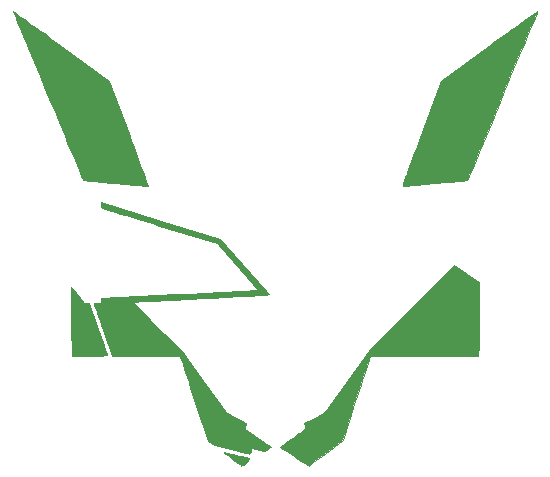
<source format=gbr>
G04 #@! TF.GenerationSoftware,KiCad,Pcbnew,5.0.2-1.fc29*
G04 #@! TF.CreationDate,2019-03-18T00:33:18+01:00*
G04 #@! TF.ProjectId,fuccs-shitty-addon,66756363-732d-4736-9869-7474792d6164,rev?*
G04 #@! TF.SameCoordinates,Original*
G04 #@! TF.FileFunction,Legend,Top*
G04 #@! TF.FilePolarity,Positive*
%FSLAX46Y46*%
G04 Gerber Fmt 4.6, Leading zero omitted, Abs format (unit mm)*
G04 Created by KiCad (PCBNEW 5.0.2-1.fc29) date Mon 18 Mar 2019 00:33:18 CET*
%MOMM*%
%LPD*%
G01*
G04 APERTURE LIST*
%ADD10C,0.010000*%
G04 APERTURE END LIST*
D10*
G04 #@! TO.C,G\002A\002A\002A*
G36*
X22200967Y40331559D02*
X22155414Y40218714D01*
X22081254Y40037151D01*
X21980448Y39791595D01*
X21854956Y39486771D01*
X21706741Y39127404D01*
X21537764Y38718218D01*
X21349984Y38263940D01*
X21145365Y37769294D01*
X20925866Y37239006D01*
X20693449Y36677799D01*
X20450076Y36090400D01*
X20197706Y35481532D01*
X19938302Y34855923D01*
X19673825Y34218295D01*
X19406235Y33573376D01*
X19137495Y32925888D01*
X18869564Y32280558D01*
X18604404Y31642111D01*
X18343977Y31015271D01*
X18090244Y30404764D01*
X17845165Y29815315D01*
X17610701Y29251648D01*
X17388815Y28718489D01*
X17181467Y28220563D01*
X16990618Y27762595D01*
X16818230Y27349310D01*
X16666263Y26985433D01*
X16536679Y26675689D01*
X16431438Y26424802D01*
X16352503Y26237499D01*
X16301834Y26118504D01*
X16281392Y26072543D01*
X16281202Y26072251D01*
X16237594Y26065239D01*
X16117014Y26051644D01*
X15926841Y26032167D01*
X15674457Y26007508D01*
X15367242Y25978368D01*
X15012575Y25945446D01*
X14617837Y25909444D01*
X14190410Y25871061D01*
X13759789Y25832943D01*
X13300398Y25792511D01*
X12860597Y25753716D01*
X12448617Y25717290D01*
X12072688Y25683963D01*
X11741038Y25654468D01*
X11461898Y25629536D01*
X11243497Y25609900D01*
X11094066Y25596290D01*
X11026644Y25589930D01*
X10896924Y25579084D01*
X10832722Y25584654D01*
X10815467Y25613196D01*
X10824087Y25661403D01*
X10841616Y25713041D01*
X10886510Y25838900D01*
X10956861Y26033756D01*
X11050760Y26292384D01*
X11166297Y26609562D01*
X11301564Y26980064D01*
X11454650Y27398668D01*
X11623648Y27860149D01*
X11806648Y28359284D01*
X12001741Y28890849D01*
X12207018Y29449619D01*
X12420569Y30030371D01*
X12451459Y30114332D01*
X14055215Y34473167D01*
X18129778Y37428794D01*
X18652211Y37807579D01*
X19155388Y38172051D01*
X19635091Y38519171D01*
X20087099Y38845902D01*
X20507194Y39149206D01*
X20891154Y39426043D01*
X21234761Y39673376D01*
X21533795Y39888167D01*
X21784036Y40067376D01*
X21981265Y40207967D01*
X22121262Y40306900D01*
X22199808Y40361138D01*
X22215952Y40370961D01*
X22200967Y40331559D01*
X22200967Y40331559D01*
G37*
X22200967Y40331559D02*
X22155414Y40218714D01*
X22081254Y40037151D01*
X21980448Y39791595D01*
X21854956Y39486771D01*
X21706741Y39127404D01*
X21537764Y38718218D01*
X21349984Y38263940D01*
X21145365Y37769294D01*
X20925866Y37239006D01*
X20693449Y36677799D01*
X20450076Y36090400D01*
X20197706Y35481532D01*
X19938302Y34855923D01*
X19673825Y34218295D01*
X19406235Y33573376D01*
X19137495Y32925888D01*
X18869564Y32280558D01*
X18604404Y31642111D01*
X18343977Y31015271D01*
X18090244Y30404764D01*
X17845165Y29815315D01*
X17610701Y29251648D01*
X17388815Y28718489D01*
X17181467Y28220563D01*
X16990618Y27762595D01*
X16818230Y27349310D01*
X16666263Y26985433D01*
X16536679Y26675689D01*
X16431438Y26424802D01*
X16352503Y26237499D01*
X16301834Y26118504D01*
X16281392Y26072543D01*
X16281202Y26072251D01*
X16237594Y26065239D01*
X16117014Y26051644D01*
X15926841Y26032167D01*
X15674457Y26007508D01*
X15367242Y25978368D01*
X15012575Y25945446D01*
X14617837Y25909444D01*
X14190410Y25871061D01*
X13759789Y25832943D01*
X13300398Y25792511D01*
X12860597Y25753716D01*
X12448617Y25717290D01*
X12072688Y25683963D01*
X11741038Y25654468D01*
X11461898Y25629536D01*
X11243497Y25609900D01*
X11094066Y25596290D01*
X11026644Y25589930D01*
X10896924Y25579084D01*
X10832722Y25584654D01*
X10815467Y25613196D01*
X10824087Y25661403D01*
X10841616Y25713041D01*
X10886510Y25838900D01*
X10956861Y26033756D01*
X11050760Y26292384D01*
X11166297Y26609562D01*
X11301564Y26980064D01*
X11454650Y27398668D01*
X11623648Y27860149D01*
X11806648Y28359284D01*
X12001741Y28890849D01*
X12207018Y29449619D01*
X12420569Y30030371D01*
X12451459Y30114332D01*
X14055215Y34473167D01*
X18129778Y37428794D01*
X18652211Y37807579D01*
X19155388Y38172051D01*
X19635091Y38519171D01*
X20087099Y38845902D01*
X20507194Y39149206D01*
X20891154Y39426043D01*
X21234761Y39673376D01*
X21533795Y39888167D01*
X21784036Y40067376D01*
X21981265Y40207967D01*
X22121262Y40306900D01*
X22199808Y40361138D01*
X22215952Y40370961D01*
X22200967Y40331559D01*
G36*
X-22124949Y40336928D02*
X-22025073Y40267898D01*
X-21865159Y40155190D01*
X-21649439Y40001845D01*
X-21382146Y39810901D01*
X-21067513Y39585399D01*
X-20709772Y39328378D01*
X-20313156Y39042879D01*
X-19881897Y38731940D01*
X-19420227Y38398601D01*
X-18932380Y38045903D01*
X-18422588Y37676884D01*
X-18082476Y37430447D01*
X-14020183Y34485869D01*
X-12379766Y30035034D01*
X-12163205Y29447357D01*
X-11955007Y28882184D01*
X-11757025Y28344555D01*
X-11571111Y27839511D01*
X-11399119Y27372092D01*
X-11242901Y26947336D01*
X-11104311Y26570286D01*
X-10985201Y26245980D01*
X-10887425Y25979459D01*
X-10812835Y25775762D01*
X-10763285Y25639930D01*
X-10740626Y25577003D01*
X-10739349Y25573100D01*
X-10772935Y25566007D01*
X-10792266Y25567098D01*
X-10842669Y25571683D01*
X-10970128Y25583183D01*
X-11167371Y25600944D01*
X-11427128Y25624313D01*
X-11742125Y25652634D01*
X-12105093Y25685256D01*
X-12508759Y25721523D01*
X-12945852Y25760782D01*
X-13409100Y25802380D01*
X-13522716Y25812580D01*
X-13990596Y25855155D01*
X-14433589Y25896569D01*
X-14844482Y25936074D01*
X-15216061Y25972926D01*
X-15541114Y26006378D01*
X-15812428Y26035684D01*
X-16022791Y26060097D01*
X-16164990Y26078872D01*
X-16231811Y26091263D01*
X-16235857Y26093233D01*
X-16256259Y26136635D01*
X-16306910Y26253232D01*
X-16385846Y26438294D01*
X-16491102Y26687089D01*
X-16620714Y26994886D01*
X-16772715Y27356954D01*
X-16945141Y27768562D01*
X-17136028Y28224978D01*
X-17343411Y28721472D01*
X-17565324Y29253311D01*
X-17799803Y29815765D01*
X-18044883Y30404103D01*
X-18298598Y31013593D01*
X-18558985Y31639504D01*
X-18824078Y32277104D01*
X-19091912Y32921663D01*
X-19360522Y33568450D01*
X-19627944Y34212732D01*
X-19892213Y34849779D01*
X-20151363Y35474860D01*
X-20403430Y36083244D01*
X-20646449Y36670198D01*
X-20878455Y37230992D01*
X-21097483Y37760895D01*
X-21301569Y38255176D01*
X-21488747Y38709102D01*
X-21657052Y39117944D01*
X-21804520Y39476969D01*
X-21929186Y39781446D01*
X-22029084Y40026645D01*
X-22102250Y40207834D01*
X-22146720Y40320282D01*
X-22160554Y40359241D01*
X-22124949Y40336928D01*
X-22124949Y40336928D01*
G37*
X-22124949Y40336928D02*
X-22025073Y40267898D01*
X-21865159Y40155190D01*
X-21649439Y40001845D01*
X-21382146Y39810901D01*
X-21067513Y39585399D01*
X-20709772Y39328378D01*
X-20313156Y39042879D01*
X-19881897Y38731940D01*
X-19420227Y38398601D01*
X-18932380Y38045903D01*
X-18422588Y37676884D01*
X-18082476Y37430447D01*
X-14020183Y34485869D01*
X-12379766Y30035034D01*
X-12163205Y29447357D01*
X-11955007Y28882184D01*
X-11757025Y28344555D01*
X-11571111Y27839511D01*
X-11399119Y27372092D01*
X-11242901Y26947336D01*
X-11104311Y26570286D01*
X-10985201Y26245980D01*
X-10887425Y25979459D01*
X-10812835Y25775762D01*
X-10763285Y25639930D01*
X-10740626Y25577003D01*
X-10739349Y25573100D01*
X-10772935Y25566007D01*
X-10792266Y25567098D01*
X-10842669Y25571683D01*
X-10970128Y25583183D01*
X-11167371Y25600944D01*
X-11427128Y25624313D01*
X-11742125Y25652634D01*
X-12105093Y25685256D01*
X-12508759Y25721523D01*
X-12945852Y25760782D01*
X-13409100Y25802380D01*
X-13522716Y25812580D01*
X-13990596Y25855155D01*
X-14433589Y25896569D01*
X-14844482Y25936074D01*
X-15216061Y25972926D01*
X-15541114Y26006378D01*
X-15812428Y26035684D01*
X-16022791Y26060097D01*
X-16164990Y26078872D01*
X-16231811Y26091263D01*
X-16235857Y26093233D01*
X-16256259Y26136635D01*
X-16306910Y26253232D01*
X-16385846Y26438294D01*
X-16491102Y26687089D01*
X-16620714Y26994886D01*
X-16772715Y27356954D01*
X-16945141Y27768562D01*
X-17136028Y28224978D01*
X-17343411Y28721472D01*
X-17565324Y29253311D01*
X-17799803Y29815765D01*
X-18044883Y30404103D01*
X-18298598Y31013593D01*
X-18558985Y31639504D01*
X-18824078Y32277104D01*
X-19091912Y32921663D01*
X-19360522Y33568450D01*
X-19627944Y34212732D01*
X-19892213Y34849779D01*
X-20151363Y35474860D01*
X-20403430Y36083244D01*
X-20646449Y36670198D01*
X-20878455Y37230992D01*
X-21097483Y37760895D01*
X-21301569Y38255176D01*
X-21488747Y38709102D01*
X-21657052Y39117944D01*
X-21804520Y39476969D01*
X-21929186Y39781446D01*
X-22029084Y40026645D01*
X-22102250Y40207834D01*
X-22146720Y40320282D01*
X-22160554Y40359241D01*
X-22124949Y40336928D01*
G36*
X-16694143Y16337405D02*
X-16150771Y15656000D01*
X-15755849Y15654812D01*
X-14972683Y13489435D01*
X-14824873Y13080421D01*
X-14685674Y12694586D01*
X-14557767Y12339409D01*
X-14443835Y12022368D01*
X-14346559Y11750940D01*
X-14268621Y11532603D01*
X-14212702Y11374834D01*
X-14181485Y11285112D01*
X-14175829Y11267530D01*
X-14185239Y11252337D01*
X-14226384Y11240010D01*
X-14306495Y11230278D01*
X-14432804Y11222868D01*
X-14612540Y11217512D01*
X-14852934Y11213937D01*
X-15161219Y11211872D01*
X-15544623Y11211047D01*
X-15684171Y11211000D01*
X-17206201Y11211000D01*
X-17235943Y13761584D01*
X-17241107Y14230444D01*
X-17245516Y14683282D01*
X-17249123Y15111387D01*
X-17251880Y15506048D01*
X-17253740Y15858554D01*
X-17254657Y16160193D01*
X-17254583Y16402254D01*
X-17253472Y16576026D01*
X-17251600Y16665489D01*
X-17237516Y17018810D01*
X-16694143Y16337405D01*
X-16694143Y16337405D01*
G37*
X-16694143Y16337405D02*
X-16150771Y15656000D01*
X-15755849Y15654812D01*
X-14972683Y13489435D01*
X-14824873Y13080421D01*
X-14685674Y12694586D01*
X-14557767Y12339409D01*
X-14443835Y12022368D01*
X-14346559Y11750940D01*
X-14268621Y11532603D01*
X-14212702Y11374834D01*
X-14181485Y11285112D01*
X-14175829Y11267530D01*
X-14185239Y11252337D01*
X-14226384Y11240010D01*
X-14306495Y11230278D01*
X-14432804Y11222868D01*
X-14612540Y11217512D01*
X-14852934Y11213937D01*
X-15161219Y11211872D01*
X-15544623Y11211047D01*
X-15684171Y11211000D01*
X-17206201Y11211000D01*
X-17235943Y13761584D01*
X-17241107Y14230444D01*
X-17245516Y14683282D01*
X-17249123Y15111387D01*
X-17251880Y15506048D01*
X-17253740Y15858554D01*
X-17254657Y16160193D01*
X-17254583Y16402254D01*
X-17253472Y16576026D01*
X-17251600Y16665489D01*
X-17237516Y17018810D01*
X-16694143Y16337405D01*
G36*
X-9659849Y22639763D02*
X-4622183Y21087820D01*
X-542575Y16396834D01*
X-825546Y16364201D01*
X-903125Y16357915D01*
X-1059821Y16347610D01*
X-1290197Y16333585D01*
X-1588813Y16316138D01*
X-1950230Y16295571D01*
X-2369010Y16272182D01*
X-2839714Y16246271D01*
X-3356903Y16218138D01*
X-3915138Y16188082D01*
X-4508981Y16156402D01*
X-5132993Y16123400D01*
X-5781735Y16089373D01*
X-6379016Y16058289D01*
X-7043191Y16023836D01*
X-7686152Y15990456D01*
X-8302588Y15958424D01*
X-8887184Y15928019D01*
X-9434627Y15899518D01*
X-9939606Y15873198D01*
X-10396805Y15849336D01*
X-10800913Y15828210D01*
X-11146617Y15810097D01*
X-11428602Y15795274D01*
X-11641557Y15784019D01*
X-11780167Y15776608D01*
X-11837497Y15773422D01*
X-12025479Y15761834D01*
X-9961182Y13666334D01*
X-7896886Y11570834D01*
X-6034137Y8987384D01*
X-4171387Y6403935D01*
X-3307295Y5960551D01*
X-3011835Y5806278D01*
X-2775106Y5677026D01*
X-2601579Y5575420D01*
X-2495725Y5504082D01*
X-2462016Y5465635D01*
X-2462250Y5464766D01*
X-2478833Y5393783D01*
X-2499087Y5273799D01*
X-2508353Y5208401D01*
X-2535410Y5004438D01*
X-1451546Y4251436D01*
X-1184795Y4065614D01*
X-941876Y3895434D01*
X-731144Y3746825D01*
X-560955Y3625717D01*
X-439665Y3538040D01*
X-375630Y3489723D01*
X-367683Y3482244D01*
X-400633Y3453387D01*
X-487481Y3392403D01*
X-610226Y3311869D01*
X-624669Y3302661D01*
X-881656Y3139268D01*
X-1376086Y3258339D01*
X-1574843Y3304982D01*
X-1747442Y3343224D01*
X-1875015Y3369032D01*
X-1937863Y3378372D01*
X-1988101Y3346663D01*
X-2032228Y3244166D01*
X-2057316Y3146500D01*
X-2096595Y3004552D01*
X-2137907Y2933502D01*
X-2180469Y2918717D01*
X-2237115Y2929459D01*
X-2366144Y2957718D01*
X-2557623Y3001200D01*
X-2801617Y3057612D01*
X-3088194Y3124660D01*
X-3407419Y3200049D01*
X-3692794Y3267967D01*
X-5134071Y3612167D01*
X-5682101Y4016285D01*
X-6818655Y7476060D01*
X-6990828Y7999779D01*
X-7156369Y8502569D01*
X-7313250Y8978311D01*
X-7459441Y9420884D01*
X-7592912Y9824170D01*
X-7711635Y10182049D01*
X-7813580Y10488403D01*
X-7896718Y10737112D01*
X-7959020Y10922056D01*
X-7998456Y11037117D01*
X-8011619Y11073417D01*
X-8068029Y11211000D01*
X-10917106Y11211069D01*
X-13766183Y11211137D01*
X-14560159Y13401819D01*
X-14708698Y13812227D01*
X-14848185Y14198735D01*
X-14976008Y14554026D01*
X-15089553Y14870784D01*
X-15186207Y15141689D01*
X-15263356Y15359425D01*
X-15318387Y15516676D01*
X-15348687Y15606122D01*
X-15353909Y15624250D01*
X-15314920Y15639428D01*
X-15211993Y15650655D01*
X-15065834Y15655862D01*
X-15036183Y15656000D01*
X-14718683Y15656000D01*
X-14718683Y16058595D01*
X-8379266Y16392326D01*
X-7648640Y16430858D01*
X-6937968Y16468474D01*
X-6252160Y16504906D01*
X-5596126Y16539889D01*
X-4974778Y16573157D01*
X-4393025Y16604442D01*
X-3855777Y16633479D01*
X-3367947Y16660002D01*
X-2934444Y16683745D01*
X-2560178Y16704440D01*
X-2250060Y16721822D01*
X-2009002Y16735624D01*
X-1841912Y16745580D01*
X-1753702Y16751425D01*
X-1747407Y16751945D01*
X-1454964Y16777834D01*
X-3165573Y18743085D01*
X-4876183Y20708337D01*
X-9776399Y22218079D01*
X-10399461Y22410174D01*
X-10999953Y22595566D01*
X-11572919Y22772714D01*
X-12113405Y22940073D01*
X-12616457Y23096101D01*
X-13077121Y23239255D01*
X-13490441Y23367994D01*
X-13851464Y23480773D01*
X-14155234Y23576051D01*
X-14396799Y23652284D01*
X-14571202Y23707929D01*
X-14673491Y23741445D01*
X-14700024Y23751230D01*
X-14711176Y23803646D01*
X-14713474Y23911069D01*
X-14710474Y23983172D01*
X-14697516Y24191705D01*
X-9659849Y22639763D01*
X-9659849Y22639763D01*
G37*
X-9659849Y22639763D02*
X-4622183Y21087820D01*
X-542575Y16396834D01*
X-825546Y16364201D01*
X-903125Y16357915D01*
X-1059821Y16347610D01*
X-1290197Y16333585D01*
X-1588813Y16316138D01*
X-1950230Y16295571D01*
X-2369010Y16272182D01*
X-2839714Y16246271D01*
X-3356903Y16218138D01*
X-3915138Y16188082D01*
X-4508981Y16156402D01*
X-5132993Y16123400D01*
X-5781735Y16089373D01*
X-6379016Y16058289D01*
X-7043191Y16023836D01*
X-7686152Y15990456D01*
X-8302588Y15958424D01*
X-8887184Y15928019D01*
X-9434627Y15899518D01*
X-9939606Y15873198D01*
X-10396805Y15849336D01*
X-10800913Y15828210D01*
X-11146617Y15810097D01*
X-11428602Y15795274D01*
X-11641557Y15784019D01*
X-11780167Y15776608D01*
X-11837497Y15773422D01*
X-12025479Y15761834D01*
X-9961182Y13666334D01*
X-7896886Y11570834D01*
X-6034137Y8987384D01*
X-4171387Y6403935D01*
X-3307295Y5960551D01*
X-3011835Y5806278D01*
X-2775106Y5677026D01*
X-2601579Y5575420D01*
X-2495725Y5504082D01*
X-2462016Y5465635D01*
X-2462250Y5464766D01*
X-2478833Y5393783D01*
X-2499087Y5273799D01*
X-2508353Y5208401D01*
X-2535410Y5004438D01*
X-1451546Y4251436D01*
X-1184795Y4065614D01*
X-941876Y3895434D01*
X-731144Y3746825D01*
X-560955Y3625717D01*
X-439665Y3538040D01*
X-375630Y3489723D01*
X-367683Y3482244D01*
X-400633Y3453387D01*
X-487481Y3392403D01*
X-610226Y3311869D01*
X-624669Y3302661D01*
X-881656Y3139268D01*
X-1376086Y3258339D01*
X-1574843Y3304982D01*
X-1747442Y3343224D01*
X-1875015Y3369032D01*
X-1937863Y3378372D01*
X-1988101Y3346663D01*
X-2032228Y3244166D01*
X-2057316Y3146500D01*
X-2096595Y3004552D01*
X-2137907Y2933502D01*
X-2180469Y2918717D01*
X-2237115Y2929459D01*
X-2366144Y2957718D01*
X-2557623Y3001200D01*
X-2801617Y3057612D01*
X-3088194Y3124660D01*
X-3407419Y3200049D01*
X-3692794Y3267967D01*
X-5134071Y3612167D01*
X-5682101Y4016285D01*
X-6818655Y7476060D01*
X-6990828Y7999779D01*
X-7156369Y8502569D01*
X-7313250Y8978311D01*
X-7459441Y9420884D01*
X-7592912Y9824170D01*
X-7711635Y10182049D01*
X-7813580Y10488403D01*
X-7896718Y10737112D01*
X-7959020Y10922056D01*
X-7998456Y11037117D01*
X-8011619Y11073417D01*
X-8068029Y11211000D01*
X-10917106Y11211069D01*
X-13766183Y11211137D01*
X-14560159Y13401819D01*
X-14708698Y13812227D01*
X-14848185Y14198735D01*
X-14976008Y14554026D01*
X-15089553Y14870784D01*
X-15186207Y15141689D01*
X-15263356Y15359425D01*
X-15318387Y15516676D01*
X-15348687Y15606122D01*
X-15353909Y15624250D01*
X-15314920Y15639428D01*
X-15211993Y15650655D01*
X-15065834Y15655862D01*
X-15036183Y15656000D01*
X-14718683Y15656000D01*
X-14718683Y16058595D01*
X-8379266Y16392326D01*
X-7648640Y16430858D01*
X-6937968Y16468474D01*
X-6252160Y16504906D01*
X-5596126Y16539889D01*
X-4974778Y16573157D01*
X-4393025Y16604442D01*
X-3855777Y16633479D01*
X-3367947Y16660002D01*
X-2934444Y16683745D01*
X-2560178Y16704440D01*
X-2250060Y16721822D01*
X-2009002Y16735624D01*
X-1841912Y16745580D01*
X-1753702Y16751425D01*
X-1747407Y16751945D01*
X-1454964Y16777834D01*
X-3165573Y18743085D01*
X-4876183Y20708337D01*
X-9776399Y22218079D01*
X-10399461Y22410174D01*
X-10999953Y22595566D01*
X-11572919Y22772714D01*
X-12113405Y22940073D01*
X-12616457Y23096101D01*
X-13077121Y23239255D01*
X-13490441Y23367994D01*
X-13851464Y23480773D01*
X-14155234Y23576051D01*
X-14396799Y23652284D01*
X-14571202Y23707929D01*
X-14673491Y23741445D01*
X-14700024Y23751230D01*
X-14711176Y23803646D01*
X-14713474Y23911069D01*
X-14710474Y23983172D01*
X-14697516Y24191705D01*
X-9659849Y22639763D01*
G36*
X15231250Y18830943D02*
X15337958Y18761825D01*
X15496515Y18657327D01*
X15697797Y18523502D01*
X15932680Y18366400D01*
X16192037Y18192072D01*
X16274625Y18136394D01*
X17317099Y17433095D01*
X17300446Y15263964D01*
X17296537Y14803520D01*
X17291881Y14336438D01*
X17286655Y13875940D01*
X17281037Y13435247D01*
X17275204Y13027580D01*
X17269333Y12666161D01*
X17263603Y12364212D01*
X17258682Y12153106D01*
X17233571Y11211377D01*
X12659220Y11200606D01*
X8084870Y11189834D01*
X7797946Y10322000D01*
X7733801Y10127765D01*
X7646395Y9862757D01*
X7538908Y9536635D01*
X7414521Y9159058D01*
X7276415Y8739684D01*
X7127771Y8288172D01*
X6971768Y7814181D01*
X6811589Y7327370D01*
X6650413Y6837397D01*
X6618196Y6739440D01*
X5725369Y4024712D01*
X4317022Y2961190D01*
X4013657Y2733266D01*
X3729813Y2522247D01*
X3472864Y2333450D01*
X3250186Y2172193D01*
X3069152Y2043793D01*
X2937136Y1953570D01*
X2861514Y1906839D01*
X2847413Y1901419D01*
X2798491Y1924883D01*
X2687819Y1989757D01*
X2524132Y2090548D01*
X2316167Y2221760D01*
X2072658Y2377900D01*
X1802344Y2553472D01*
X1607963Y2680968D01*
X1326416Y2866515D01*
X1068034Y3037096D01*
X841172Y3187175D01*
X654184Y3311210D01*
X515424Y3403664D01*
X433246Y3458998D01*
X413878Y3472662D01*
X443405Y3499656D01*
X534574Y3568706D01*
X679218Y3673959D01*
X869169Y3809563D01*
X1096259Y3969667D01*
X1352322Y4148418D01*
X1497202Y4248863D01*
X1810328Y4466349D01*
X2059557Y4641839D01*
X2251370Y4780407D01*
X2392248Y4887125D01*
X2488673Y4967064D01*
X2547125Y5025297D01*
X2574086Y5066896D01*
X2576894Y5093834D01*
X2557705Y5189928D01*
X2534736Y5321465D01*
X2529575Y5353348D01*
X2501784Y5528195D01*
X3360803Y5967181D01*
X4219823Y6406167D01*
X7950817Y11583473D01*
X11544851Y15230522D01*
X12002287Y15694169D01*
X12443609Y16140434D01*
X12865149Y16565661D01*
X13263236Y16966194D01*
X13634203Y17338377D01*
X13974380Y17678555D01*
X14280100Y17983070D01*
X14547693Y18248266D01*
X14773490Y18470489D01*
X14953823Y18646080D01*
X15085023Y18771386D01*
X15163422Y18842749D01*
X15185517Y18858631D01*
X15231250Y18830943D01*
X15231250Y18830943D01*
G37*
X15231250Y18830943D02*
X15337958Y18761825D01*
X15496515Y18657327D01*
X15697797Y18523502D01*
X15932680Y18366400D01*
X16192037Y18192072D01*
X16274625Y18136394D01*
X17317099Y17433095D01*
X17300446Y15263964D01*
X17296537Y14803520D01*
X17291881Y14336438D01*
X17286655Y13875940D01*
X17281037Y13435247D01*
X17275204Y13027580D01*
X17269333Y12666161D01*
X17263603Y12364212D01*
X17258682Y12153106D01*
X17233571Y11211377D01*
X12659220Y11200606D01*
X8084870Y11189834D01*
X7797946Y10322000D01*
X7733801Y10127765D01*
X7646395Y9862757D01*
X7538908Y9536635D01*
X7414521Y9159058D01*
X7276415Y8739684D01*
X7127771Y8288172D01*
X6971768Y7814181D01*
X6811589Y7327370D01*
X6650413Y6837397D01*
X6618196Y6739440D01*
X5725369Y4024712D01*
X4317022Y2961190D01*
X4013657Y2733266D01*
X3729813Y2522247D01*
X3472864Y2333450D01*
X3250186Y2172193D01*
X3069152Y2043793D01*
X2937136Y1953570D01*
X2861514Y1906839D01*
X2847413Y1901419D01*
X2798491Y1924883D01*
X2687819Y1989757D01*
X2524132Y2090548D01*
X2316167Y2221760D01*
X2072658Y2377900D01*
X1802344Y2553472D01*
X1607963Y2680968D01*
X1326416Y2866515D01*
X1068034Y3037096D01*
X841172Y3187175D01*
X654184Y3311210D01*
X515424Y3403664D01*
X433246Y3458998D01*
X413878Y3472662D01*
X443405Y3499656D01*
X534574Y3568706D01*
X679218Y3673959D01*
X869169Y3809563D01*
X1096259Y3969667D01*
X1352322Y4148418D01*
X1497202Y4248863D01*
X1810328Y4466349D01*
X2059557Y4641839D01*
X2251370Y4780407D01*
X2392248Y4887125D01*
X2488673Y4967064D01*
X2547125Y5025297D01*
X2574086Y5066896D01*
X2576894Y5093834D01*
X2557705Y5189928D01*
X2534736Y5321465D01*
X2529575Y5353348D01*
X2501784Y5528195D01*
X3360803Y5967181D01*
X4219823Y6406167D01*
X7950817Y11583473D01*
X11544851Y15230522D01*
X12002287Y15694169D01*
X12443609Y16140434D01*
X12865149Y16565661D01*
X13263236Y16966194D01*
X13634203Y17338377D01*
X13974380Y17678555D01*
X14280100Y17983070D01*
X14547693Y18248266D01*
X14773490Y18470489D01*
X14953823Y18646080D01*
X15085023Y18771386D01*
X15163422Y18842749D01*
X15185517Y18858631D01*
X15231250Y18830943D01*
G36*
X-4287469Y3023862D02*
X-4176714Y3001261D01*
X-4010493Y2965447D01*
X-3802288Y2919490D01*
X-3565577Y2866458D01*
X-3313841Y2809420D01*
X-3060560Y2751444D01*
X-2819215Y2695600D01*
X-2603286Y2644957D01*
X-2426253Y2602582D01*
X-2301596Y2571546D01*
X-2244727Y2555633D01*
X-2217243Y2516189D01*
X-2226426Y2420262D01*
X-2237108Y2374729D01*
X-2273078Y2275620D01*
X-2335558Y2194406D01*
X-2444127Y2109633D01*
X-2529417Y2054444D01*
X-2662154Y1976389D01*
X-2770978Y1921272D01*
X-2832740Y1900792D01*
X-2833370Y1900818D01*
X-2881345Y1926504D01*
X-2985619Y1996583D01*
X-3135644Y2103485D01*
X-3320871Y2239642D01*
X-3530754Y2397485D01*
X-3613996Y2460977D01*
X-3826385Y2624543D01*
X-4013214Y2770242D01*
X-4164981Y2890511D01*
X-4272183Y2977789D01*
X-4325317Y3024514D01*
X-4329279Y3030182D01*
X-4287469Y3023862D01*
X-4287469Y3023862D01*
G37*
X-4287469Y3023862D02*
X-4176714Y3001261D01*
X-4010493Y2965447D01*
X-3802288Y2919490D01*
X-3565577Y2866458D01*
X-3313841Y2809420D01*
X-3060560Y2751444D01*
X-2819215Y2695600D01*
X-2603286Y2644957D01*
X-2426253Y2602582D01*
X-2301596Y2571546D01*
X-2244727Y2555633D01*
X-2217243Y2516189D01*
X-2226426Y2420262D01*
X-2237108Y2374729D01*
X-2273078Y2275620D01*
X-2335558Y2194406D01*
X-2444127Y2109633D01*
X-2529417Y2054444D01*
X-2662154Y1976389D01*
X-2770978Y1921272D01*
X-2832740Y1900792D01*
X-2833370Y1900818D01*
X-2881345Y1926504D01*
X-2985619Y1996583D01*
X-3135644Y2103485D01*
X-3320871Y2239642D01*
X-3530754Y2397485D01*
X-3613996Y2460977D01*
X-3826385Y2624543D01*
X-4013214Y2770242D01*
X-4164981Y2890511D01*
X-4272183Y2977789D01*
X-4325317Y3024514D01*
X-4329279Y3030182D01*
X-4287469Y3023862D01*
G04 #@! TD*
M02*

</source>
